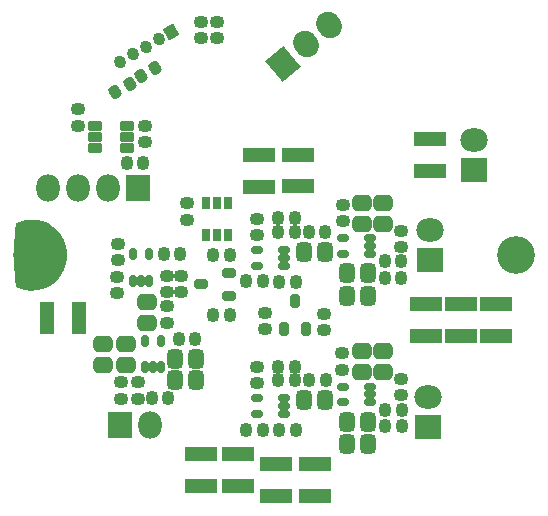
<source format=gbs>
G04*
G04 #@! TF.GenerationSoftware,Altium Limited,Altium Designer,20.0.13 (296)*
G04*
G04 Layer_Color=16711935*
%FSLAX25Y25*%
%MOIN*%
G70*
G01*
G75*
G04:AMPARAMS|DCode=41|XSize=65.13mil|YSize=53.31mil|CornerRadius=15.33mil|HoleSize=0mil|Usage=FLASHONLY|Rotation=270.000|XOffset=0mil|YOffset=0mil|HoleType=Round|Shape=RoundedRectangle|*
%AMROUNDEDRECTD41*
21,1,0.06513,0.02266,0,0,270.0*
21,1,0.03447,0.05331,0,0,270.0*
1,1,0.03066,-0.01133,-0.01723*
1,1,0.03066,-0.01133,0.01723*
1,1,0.03066,0.01133,0.01723*
1,1,0.03066,0.01133,-0.01723*
%
%ADD41ROUNDEDRECTD41*%
%ADD42R,0.11036X0.05131*%
G04:AMPARAMS|DCode=45|XSize=43.43mil|YSize=37.53mil|CornerRadius=11.38mil|HoleSize=0mil|Usage=FLASHONLY|Rotation=90.000|XOffset=0mil|YOffset=0mil|HoleType=Round|Shape=RoundedRectangle|*
%AMROUNDEDRECTD45*
21,1,0.04343,0.01476,0,0,90.0*
21,1,0.02067,0.03753,0,0,90.0*
1,1,0.02276,0.00738,0.01034*
1,1,0.02276,0.00738,-0.01034*
1,1,0.02276,-0.00738,-0.01034*
1,1,0.02276,-0.00738,0.01034*
%
%ADD45ROUNDEDRECTD45*%
G04:AMPARAMS|DCode=46|XSize=43.43mil|YSize=37.53mil|CornerRadius=11.38mil|HoleSize=0mil|Usage=FLASHONLY|Rotation=180.000|XOffset=0mil|YOffset=0mil|HoleType=Round|Shape=RoundedRectangle|*
%AMROUNDEDRECTD46*
21,1,0.04343,0.01476,0,0,180.0*
21,1,0.02067,0.03753,0,0,180.0*
1,1,0.02276,-0.01034,0.00738*
1,1,0.02276,0.01034,0.00738*
1,1,0.02276,0.01034,-0.00738*
1,1,0.02276,-0.01034,-0.00738*
%
%ADD46ROUNDEDRECTD46*%
%ADD47R,0.05131X0.11036*%
G04:AMPARAMS|DCode=49|XSize=43.43mil|YSize=37.53mil|CornerRadius=11.38mil|HoleSize=0mil|Usage=FLASHONLY|Rotation=300.000|XOffset=0mil|YOffset=0mil|HoleType=Round|Shape=RoundedRectangle|*
%AMROUNDEDRECTD49*
21,1,0.04343,0.01476,0,0,300.0*
21,1,0.02067,0.03753,0,0,300.0*
1,1,0.02276,-0.00123,-0.01264*
1,1,0.02276,-0.01156,0.00526*
1,1,0.02276,0.00123,0.01264*
1,1,0.02276,0.01156,-0.00526*
%
%ADD49ROUNDEDRECTD49*%
%ADD68O,0.09068X0.07887*%
%ADD69R,0.09068X0.07887*%
%ADD70O,0.07887X0.09068*%
%ADD71R,0.07887X0.09068*%
G04:AMPARAMS|DCode=72|XSize=43.43mil|YSize=39.5mil|CornerRadius=0mil|HoleSize=0mil|Usage=FLASHONLY|Rotation=120.000|XOffset=0mil|YOffset=0mil|HoleType=Round|Shape=Rectangle|*
%AMROTATEDRECTD72*
4,1,4,0.02796,-0.00893,-0.00624,-0.02868,-0.02796,0.00893,0.00624,0.02868,0.02796,-0.00893,0.0*
%
%ADD72ROTATEDRECTD72*%

G04:AMPARAMS|DCode=73|XSize=43.43mil|YSize=39.5mil|CornerRadius=0mil|HoleSize=0mil|Usage=FLASHONLY|Rotation=120.000|XOffset=0mil|YOffset=0mil|HoleType=Round|Shape=Round|*
%AMOVALD73*
21,1,0.00394,0.03950,0.00000,0.00000,120.0*
1,1,0.03950,0.00098,-0.00171*
1,1,0.03950,-0.00098,0.00171*
%
%ADD73OVALD73*%

G04:AMPARAMS|DCode=74|XSize=78.87mil|YSize=90.68mil|CornerRadius=0mil|HoleSize=0mil|Usage=FLASHONLY|Rotation=40.000|XOffset=0mil|YOffset=0mil|HoleType=Round|Shape=Round|*
%AMOVALD74*
21,1,0.01181,0.07887,0.00000,0.00000,130.0*
1,1,0.07887,0.00380,-0.00452*
1,1,0.07887,-0.00380,0.00452*
%
%ADD74OVALD74*%

G04:AMPARAMS|DCode=75|XSize=78.87mil|YSize=90.68mil|CornerRadius=0mil|HoleSize=0mil|Usage=FLASHONLY|Rotation=40.000|XOffset=0mil|YOffset=0mil|HoleType=Round|Shape=Rectangle|*
%AMROTATEDRECTD75*
4,1,4,-0.00106,-0.06008,-0.05935,0.00938,0.00106,0.06008,0.05935,-0.00938,-0.00106,-0.06008,0.0*
%
%ADD75ROTATEDRECTD75*%

%ADD76C,0.12611*%
G04:AMPARAMS|DCode=100|XSize=31.62mil|YSize=47.37mil|CornerRadius=9.91mil|HoleSize=0mil|Usage=FLASHONLY|Rotation=0.000|XOffset=0mil|YOffset=0mil|HoleType=Round|Shape=RoundedRectangle|*
%AMROUNDEDRECTD100*
21,1,0.03162,0.02756,0,0,0.0*
21,1,0.01181,0.04737,0,0,0.0*
1,1,0.01981,0.00591,-0.01378*
1,1,0.01981,-0.00591,-0.01378*
1,1,0.01981,-0.00591,0.01378*
1,1,0.01981,0.00591,0.01378*
%
%ADD100ROUNDEDRECTD100*%
G04:AMPARAMS|DCode=101|XSize=31.62mil|YSize=47.37mil|CornerRadius=9.91mil|HoleSize=0mil|Usage=FLASHONLY|Rotation=90.000|XOffset=0mil|YOffset=0mil|HoleType=Round|Shape=RoundedRectangle|*
%AMROUNDEDRECTD101*
21,1,0.03162,0.02756,0,0,90.0*
21,1,0.01181,0.04737,0,0,90.0*
1,1,0.01981,0.01378,0.00591*
1,1,0.01981,0.01378,-0.00591*
1,1,0.01981,-0.01378,-0.00591*
1,1,0.01981,-0.01378,0.00591*
%
%ADD101ROUNDEDRECTD101*%
G04:AMPARAMS|DCode=102|XSize=23.75mil|YSize=41.47mil|CornerRadius=5.97mil|HoleSize=0mil|Usage=FLASHONLY|Rotation=90.000|XOffset=0mil|YOffset=0mil|HoleType=Round|Shape=RoundedRectangle|*
%AMROUNDEDRECTD102*
21,1,0.02375,0.02953,0,0,90.0*
21,1,0.01181,0.04147,0,0,90.0*
1,1,0.01194,0.01476,0.00591*
1,1,0.01194,0.01476,-0.00591*
1,1,0.01194,-0.01476,-0.00591*
1,1,0.01194,-0.01476,0.00591*
%
%ADD102ROUNDEDRECTD102*%
G04:AMPARAMS|DCode=103|XSize=65.13mil|YSize=53.31mil|CornerRadius=15.33mil|HoleSize=0mil|Usage=FLASHONLY|Rotation=180.000|XOffset=0mil|YOffset=0mil|HoleType=Round|Shape=RoundedRectangle|*
%AMROUNDEDRECTD103*
21,1,0.06513,0.02266,0,0,180.0*
21,1,0.03447,0.05331,0,0,180.0*
1,1,0.03066,-0.01723,0.01133*
1,1,0.03066,0.01723,0.01133*
1,1,0.03066,0.01723,-0.01133*
1,1,0.03066,-0.01723,-0.01133*
%
%ADD103ROUNDEDRECTD103*%
G04:AMPARAMS|DCode=104|XSize=23.75mil|YSize=41.47mil|CornerRadius=5.97mil|HoleSize=0mil|Usage=FLASHONLY|Rotation=0.000|XOffset=0mil|YOffset=0mil|HoleType=Round|Shape=RoundedRectangle|*
%AMROUNDEDRECTD104*
21,1,0.02375,0.02953,0,0,0.0*
21,1,0.01181,0.04147,0,0,0.0*
1,1,0.01194,0.00591,-0.01476*
1,1,0.01194,-0.00591,-0.01476*
1,1,0.01194,-0.00591,0.01476*
1,1,0.01194,0.00591,0.01476*
%
%ADD104ROUNDEDRECTD104*%
%ADD105R,0.02762X0.04337*%
G04:AMPARAMS|DCode=106|XSize=31.62mil|YSize=47.37mil|CornerRadius=6.01mil|HoleSize=0mil|Usage=FLASHONLY|Rotation=90.000|XOffset=0mil|YOffset=0mil|HoleType=Round|Shape=RoundedRectangle|*
%AMROUNDEDRECTD106*
21,1,0.03162,0.03535,0,0,90.0*
21,1,0.01961,0.04737,0,0,90.0*
1,1,0.01202,0.01768,0.00980*
1,1,0.01202,0.01768,-0.00980*
1,1,0.01202,-0.01768,-0.00980*
1,1,0.01202,-0.01768,0.00980*
%
%ADD106ROUNDEDRECTD106*%
G36*
X-85966Y-10576D02*
X-86290Y-7944D01*
X-86614Y-2651D01*
X-86614Y2651D01*
X-86290Y7944D01*
X-85966Y10576D01*
D01*
X-85966Y10576D01*
X-85068Y11023D01*
X-83148Y11600D01*
X-81158Y11845D01*
X-79156Y11751D01*
X-77197Y11321D01*
X-75339Y10568D01*
X-73635Y9512D01*
X-72133Y8183D01*
X-70877Y6621D01*
X-69902Y4869D01*
X-69235Y2978D01*
X-68898Y1002D01*
X-68898Y-1003D01*
X-69236Y-2979D01*
X-69902Y-4870D01*
X-70877Y-6622D01*
X-72134Y-8184D01*
X-73636Y-9512D01*
X-75340Y-10568D01*
X-77198Y-11322D01*
X-79156Y-11751D01*
X-81159Y-11845D01*
X-83149Y-11600D01*
X-85069Y-11022D01*
X-85967Y-10576D01*
X-85966Y-10576D01*
D02*
G37*
D41*
X31232Y-6134D02*
D03*
X24146D02*
D03*
X17076Y1110D02*
D03*
X9990D02*
D03*
X31232Y-13634D02*
D03*
X24146D02*
D03*
X31287Y-55500D02*
D03*
X24201D02*
D03*
X17131Y-48256D02*
D03*
X10045D02*
D03*
X31287Y-63000D02*
D03*
X24201D02*
D03*
X-33043Y-41689D02*
D03*
X-25957D02*
D03*
Y-34689D02*
D03*
X-33043D02*
D03*
D42*
X8000Y33500D02*
D03*
Y22870D02*
D03*
X74000Y-26815D02*
D03*
Y-16185D02*
D03*
X-24500Y-66185D02*
D03*
Y-76815D02*
D03*
X-12000Y-66185D02*
D03*
Y-76815D02*
D03*
X500Y-69685D02*
D03*
Y-80315D02*
D03*
X13500Y-69685D02*
D03*
Y-80315D02*
D03*
X50500Y-26815D02*
D03*
Y-16185D02*
D03*
X62250Y-26815D02*
D03*
Y-16185D02*
D03*
X-5000Y33315D02*
D03*
Y22685D02*
D03*
X52000Y38815D02*
D03*
Y28185D02*
D03*
D45*
X-36756Y311D02*
D03*
X-31244D02*
D03*
X-14744Y-20000D02*
D03*
X-20256D02*
D03*
X-14744Y0D02*
D03*
X-20256D02*
D03*
X6889Y7610D02*
D03*
X1377D02*
D03*
X17089Y7710D02*
D03*
X11577D02*
D03*
X42445Y-2134D02*
D03*
X36933D02*
D03*
X42445Y-7634D02*
D03*
X36933D02*
D03*
X-9323Y-8790D02*
D03*
X-3811D02*
D03*
X1677Y-8890D02*
D03*
X7189D02*
D03*
X6889Y12210D02*
D03*
X1377D02*
D03*
X6944Y-41756D02*
D03*
X1432D02*
D03*
X17144Y-41656D02*
D03*
X11632D02*
D03*
X42500Y-51500D02*
D03*
X36988D02*
D03*
X42500Y-57000D02*
D03*
X36988D02*
D03*
X-9268Y-58156D02*
D03*
X-3756D02*
D03*
X1732Y-58256D02*
D03*
X7244D02*
D03*
X6944Y-37156D02*
D03*
X1432D02*
D03*
X-31856Y-28100D02*
D03*
X-26344D02*
D03*
X-40756Y-47689D02*
D03*
X-35244D02*
D03*
X-43644Y30800D02*
D03*
X-49156D02*
D03*
D46*
X-3000Y-24756D02*
D03*
Y-19244D02*
D03*
X16500Y-25000D02*
D03*
Y-19488D02*
D03*
X-5811Y12122D02*
D03*
Y6610D02*
D03*
X23000Y16756D02*
D03*
Y11244D02*
D03*
X42189Y8122D02*
D03*
Y2610D02*
D03*
X-5756Y-37244D02*
D03*
Y-42756D02*
D03*
X22500Y-32744D02*
D03*
Y-38256D02*
D03*
X42244Y-41244D02*
D03*
Y-46756D02*
D03*
X-35756Y-6877D02*
D03*
Y-12389D02*
D03*
X-35656Y-17077D02*
D03*
Y-22589D02*
D03*
X-45500Y-42433D02*
D03*
Y-47945D02*
D03*
X-51000Y-42433D02*
D03*
Y-47945D02*
D03*
X-52156Y-1689D02*
D03*
Y3823D02*
D03*
X-52256Y-7177D02*
D03*
Y-12689D02*
D03*
X-31156Y-6877D02*
D03*
Y-12389D02*
D03*
X-29000Y17256D02*
D03*
Y11744D02*
D03*
X-42900Y43056D02*
D03*
Y37544D02*
D03*
X-65400Y43044D02*
D03*
Y48556D02*
D03*
X-19000Y77756D02*
D03*
Y72244D02*
D03*
X-24500D02*
D03*
Y77756D02*
D03*
D47*
X-65185Y-21000D02*
D03*
X-75815D02*
D03*
D49*
X-44387Y59622D02*
D03*
X-39613Y62378D02*
D03*
X-52887Y54322D02*
D03*
X-48113Y57078D02*
D03*
D68*
X52000Y8500D02*
D03*
X51288Y-47300D02*
D03*
X66500Y38500D02*
D03*
D69*
X52000Y-1500D02*
D03*
X51288Y-57300D02*
D03*
X66500Y28500D02*
D03*
D70*
X-41300Y-56733D02*
D03*
X-75500Y22500D02*
D03*
X-65500D02*
D03*
X-55500D02*
D03*
D71*
X-51300Y-56733D02*
D03*
X-45500Y22500D02*
D03*
D72*
X-34238Y74361D02*
D03*
D73*
X-38500Y71900D02*
D03*
X-42762Y69439D02*
D03*
X-47024Y66979D02*
D03*
X-51286Y64518D02*
D03*
D74*
X18260Y76628D02*
D03*
X10600Y70200D02*
D03*
D75*
X2940Y63772D02*
D03*
D76*
X80709Y0D02*
D03*
X-80709D02*
D03*
D100*
X10680Y-24600D02*
D03*
X3200D02*
D03*
X6940Y-15151D02*
D03*
D101*
X-15000Y-6020D02*
D03*
Y-13500D02*
D03*
X-24449Y-9760D02*
D03*
D102*
X23015Y5530D02*
D03*
Y412D02*
D03*
X31873D02*
D03*
Y2971D02*
D03*
Y5530D02*
D03*
X-5696Y1569D02*
D03*
Y-3549D02*
D03*
X3162D02*
D03*
Y-990D02*
D03*
Y1569D02*
D03*
X23070Y-43836D02*
D03*
Y-48954D02*
D03*
X31928D02*
D03*
Y-46395D02*
D03*
Y-43836D02*
D03*
X-5641Y-47797D02*
D03*
Y-52915D02*
D03*
X3217D02*
D03*
Y-50356D02*
D03*
Y-47797D02*
D03*
D103*
X36189Y17410D02*
D03*
Y10323D02*
D03*
X29189Y17410D02*
D03*
Y10323D02*
D03*
X36244Y-31957D02*
D03*
Y-39043D02*
D03*
X29244Y-31957D02*
D03*
Y-39043D02*
D03*
X-49500Y-29646D02*
D03*
Y-36732D02*
D03*
X-42256Y-22576D02*
D03*
Y-15490D02*
D03*
X-57000Y-36732D02*
D03*
Y-29646D02*
D03*
D104*
X-37836Y-37373D02*
D03*
X-40395D02*
D03*
X-42954D02*
D03*
Y-28515D02*
D03*
X-37836D02*
D03*
X-41797Y-8662D02*
D03*
X-44356D02*
D03*
X-46915D02*
D03*
Y196D02*
D03*
X-41797D02*
D03*
D105*
X-15260Y6587D02*
D03*
X-19000D02*
D03*
X-22740D02*
D03*
Y17413D02*
D03*
X-19000D02*
D03*
X-15260D02*
D03*
D106*
X-59813Y43040D02*
D03*
Y39300D02*
D03*
Y35560D02*
D03*
X-48987D02*
D03*
Y39300D02*
D03*
Y43040D02*
D03*
M02*

</source>
